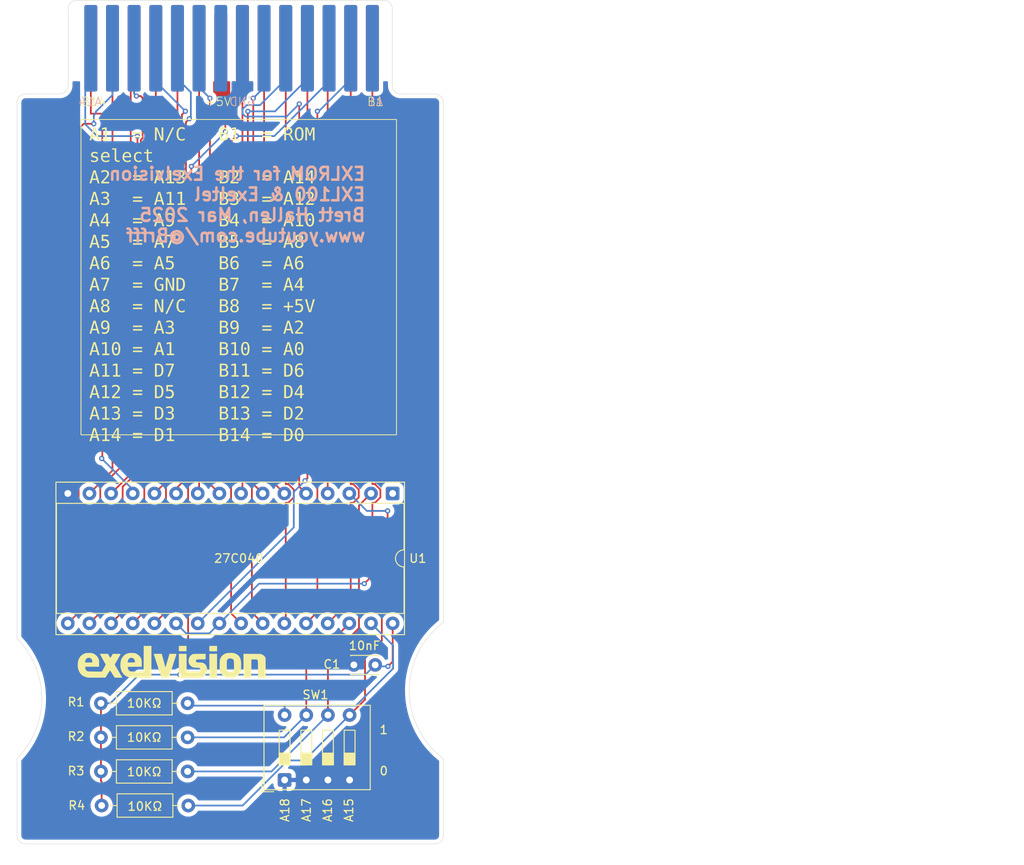
<source format=kicad_pcb>
(kicad_pcb (version 20241229) (generator "pcbnew") (generator_version "9.0")
  (title_block (title "Exelvision EXLROM Cartridge") (date "1-Apr-2025") (company "Brett Hallen") (comment 1 "www.youtube.com/@Brfff"))
  (layers (0 "F.Cu" signal) (2 "B.Cu" signal) (13 "F.Paste" user) (15 "B.Paste" user) (5 "F.SilkS" user "F.Silkscreen") (7 "B.SilkS" user "B.Silkscreen") (1 "F.Mask" user) (3 "B.Mask" user) (25 "Edge.Cuts" user))
  (net 0 "")
  (net 1 "/A15")
  (net 2 "Vcc")
  (net 3 "/A16")
  (net 4 "/A17")
  (net 5 "/A18")
  (net 6 "GND")
  (net 7 "~{ROM_CS}")
  (net 8 "/A9")
  (net 9 "/A6")
  (net 10 "/D0")
  (net 11 "/D6")
  (net 12 "/D1")
  (net 13 "/D7")
  (net 14 "/D4")
  (net 15 "/A11")
  (net 16 "/A10")
  (net 17 "/A0")
  (net 18 "/A7")
  (net 19 "/A3")
  (net 21 "/A12")
  (net 22 "/A5")
  (net 23 "/A14")
  (net 24 "/D2")
  (net 25 "/A1")
  (net 26 "/A4")
  (net 27 "/D3")
  (net 28 "/A8")
  (net 29 "/D5")
  (net 30 "/A13")
  (net 31 "/A2")
  (footprint "Package_DIP:DIP-32_W15.24mm_Socket" (layer "F.Cu") (at 73.05 81.38 -90)
    (property "Reference" "U1" (at 7.62 -2.95 180) (layer "F.SilkS"))
    (property "Value" "27C040" (at 7.62 18.05 180) (layer "F.SilkS"))
    (pad "1" thru_hole roundrect (at 0 0 270) (size 1.6 1.6) (drill 0.8) (layers "*.Cu" "*.Mask") (roundrect_rratio 0.15625))
    (pad "2" thru_hole circle (at 0 2.54 270) (size 1.6 1.6) (drill 0.8) (layers "*.Cu" "*.Mask") (net 3 "/A16"))
    (pad "3" thru_hole circle (at 0 5.08 270) (size 1.6 1.6) (drill 0.8) (layers "*.Cu" "*.Mask") (net 1 "/A15"))
    (pad "4" thru_hole circle (at 0 7.62 270) (size 1.6 1.6) (drill 0.8) (layers "*.Cu" "*.Mask") (net 21 "/A12"))
    (pad "5" thru_hole circle (at 0 10.16 270) (size 1.6 1.6) (drill 0.8) (layers "*.Cu" "*.Mask") (net 18 "/A7"))
    (pad "6" thru_hole circle (at 0 12.7 270) (size 1.6 1.6) (drill 0.8) (layers "*.Cu" "*.Mask") (net 9 "/A6"))
    (pad "7" thru_hole circle (at 0 15.24 270) (size 1.6 1.6) (drill 0.8) (layers "*.Cu" "*.Mask") (net 22 "/A5"))
    (pad "8" thru_hole circle (at 0 17.78 270) (size 1.6 1.6) (drill 0.8) (layers "*.Cu" "*.Mask") (net 26 "/A4"))
    (pad "9" thru_hole circle (at 0 20.32 270) (size 1.6 1.6) (drill 0.8) (layers "*.Cu" "*.Mask") (net 19 "/A3"))
    (pad "10" thru_hole circle (at 0 22.86 270) (size 1.6 1.6) (drill 0.8) (layers "*.Cu" "*.Mask") (net 31 "/A2"))
    (pad "11" thru_hole circle (at 0 25.4 270) (size 1.6 1.6) (drill 0.8) (layers "*.Cu" "*.Mask") (net 25 "/A1"))
    (pad "12" thru_hole circle (at 0 27.94 270) (size 1.6 1.6) (drill 0.8) (layers "*.Cu" "*.Mask") (net 17 "/A0"))
    (pad "13" thru_hole circle (at 0 30.48 270) (size 1.6 1.6) (drill 0.8) (layers "*.Cu" "*.Mask") (net 10 "/D0"))
    (pad "14" thru_hole circle (at 0 33.02 270) (size 1.6 1.6) (drill 0.8) (layers "*.Cu" "*.Mask") (net 12 "/D1"))
    (pad "15" thru_hole circle (at 0 35.56 270) (size 1.6 1.6) (drill 0.8) (layers "*.Cu" "*.Mask") (net 24 "/D2"))
    (pad "16" thru_hole circle (at 0 38.1 270) (size 1.6 1.6) (drill 0.8) (layers "*.Cu" "*.Mask") (net 6 "GND"))
    (pad "17" thru_hole circle (at 15.24 38.1 270) (size 1.6 1.6) (drill 0.8) (layers "*.Cu" "*.Mask") (net 27 "/D3"))
    (pad "18" thru_hole circle (at 15.24 35.56 270) (size 1.6 1.6) (drill 0.8) (layers "*.Cu" "*.Mask") (net 14 "/D4"))
    (pad "19" thru_hole circle (at 15.24 33.02 270) (size 1.6 1.6) (drill 0.8) (layers "*.Cu" "*.Mask") (net 29 "/D5"))
    (pad "20" thru_hole circle (at 15.24 30.48 270) (size 1.6 1.6) (drill 0.8) (layers "*.Cu" "*.Mask") (net 11 "/D6"))
    (pad "21" thru_hole circle (at 15.24 27.94 270) (size 1.6 1.6) (drill 0.8) (layers "*.Cu" "*.Mask") (net 13 "/D7"))
    (pad "22" thru_hole circle (at 15.24 25.4 270) (size 1.6 1.6) (drill 0.8) (layers "*.Cu" "*.Mask") (net 7 "~{ROM_CS}"))
    (pad "23" thru_hole circle (at 15.24 22.86 270) (size 1.6 1.6) (drill 0.8) (layers "*.Cu" "*.Mask") (net 16 "/A10"))
    (pad "24" thru_hole circle (at 15.24 20.32 270) (size 1.6 1.6) (drill 0.8) (layers "*.Cu" "*.Mask") (net 7 "~{ROM_CS}"))
    (pad "25" thru_hole circle (at 15.24 17.78 270) (size 1.6 1.6) (drill 0.8) (layers "*.Cu" "*.Mask") (net 15 "/A11"))
    (pad "26" thru_hole circle (at 15.24 15.24 270) (size 1.6 1.6) (drill 0.8) (layers "*.Cu" "*.Mask") (net 8 "/A9"))
    (pad "27" thru_hole circle (at 15.24 12.7 270) (size 1.6 1.6) (drill 0.8) (layers "*.Cu" "*.Mask") (net 28 "/A8"))
    (pad "28" thru_hole circle (at 15.24 10.16 270) (size 1.6 1.6) (drill 0.8) (layers "*.Cu" "*.Mask") (net 30 "/A13"))
    (pad "29" thru_hole circle (at 15.24 7.62 270) (size 1.6 1.6) (drill 0.8) (layers "*.Cu" "*.Mask") (net 23 "/A14"))
    (pad "30" thru_hole circle (at 15.24 5.08 270) (size 1.6 1.6) (drill 0.8) (layers "*.Cu" "*.Mask") (net 4 "/A17"))
    (pad "31" thru_hole circle (at 15.24 2.54 270) (size 1.6 1.6) (drill 0.8) (layers "*.Cu" "*.Mask") (net 5 "/A18"))
    (pad "32" thru_hole circle (at 15.24 0 270) (size 1.6 1.6) (drill 0.8) (layers "*.Cu" "*.Mask") (net 2 "Vcc"))
  )
  (footprint "Resistor_THT:R_Axial_DIN0207_L6.3mm_D2.5mm_P10.16mm_Horizontal" (layer "F.Cu") (at 49 106 180)
    (property "Reference" "R1" (at 13.08 0.15 0) (layer "F.SilkS"))
    (property "Value" "10KΩ" (at 5.08 0 0) (layer "F.SilkS"))
    (pad "1" thru_hole circle (at 0 0 180) (size 1.6 1.6) (drill 0.8) (layers "*.Cu" "*.Mask") (net 5 "/A18"))
    (pad "2" thru_hole oval (at 10.16 0 180) (size 1.6 1.6) (drill 0.8) (layers "*.Cu" "*.Mask") (net 2 "Vcc"))
  )
  (footprint "Button_Switch_THT:SW_DIP_SPSTx04_Slide_9.78x12.34mm_W7.62mm_P2.54mm" (layer "F.Cu") (at 60.38 115 90)
    (property "Reference" "SW1" (at 10 3.62 180) (layer "F.SilkS"))
    (property "Value" "SW_DIP_x04" (hide yes))
    (pad "1" thru_hole roundrect (at 0 0 90) (size 1.6 1.6) (drill 0.8) (layers "*.Cu" "*.Mask") (roundrect_rratio 0.15625) (net 6 "GND"))
    (pad "2" thru_hole circle (at 0 2.54 90) (size 1.6 1.6) (drill 0.8) (layers "*.Cu" "*.Mask") (net 6 "GND"))
    (pad "3" thru_hole circle (at 0 5.08 90) (size 1.6 1.6) (drill 0.8) (layers "*.Cu" "*.Mask") (net 6 "GND"))
    (pad "4" thru_hole circle (at 0 7.62 90) (size 1.6 1.6) (drill 0.8) (layers "*.Cu" "*.Mask") (net 6 "GND"))
    (pad "5" thru_hole circle (at 7.62 7.62 90) (size 1.6 1.6) (drill 0.8) (layers "*.Cu" "*.Mask") (net 1 "/A15"))
    (pad "6" thru_hole circle (at 7.62 5.08 90) (size 1.6 1.6) (drill 0.8) (layers "*.Cu" "*.Mask") (net 3 "/A16"))
    (pad "7" thru_hole circle (at 7.62 2.54 90) (size 1.6 1.6) (drill 0.8) (layers "*.Cu" "*.Mask") (net 4 "/A17"))
    (pad "8" thru_hole circle (at 7.62 0 90) (size 1.6 1.6) (drill 0.8) (layers "*.Cu" "*.Mask") (net 5 "/A18"))
  )
  (footprint "Clueless_Engineer:EXL100_Cartridge" (layer "F.Cu") (at 55.4315 26.5969)
    (property "Reference" "J1" (hide yes))
    (property "Value" "EXL100 Cartridge" (hide yes))
    (pad "a1" connect roundrect (at 15.24 2.54 270) (size 10.16 1.52) (layers "B.Cu" "B.Mask") (roundrect_rratio 0.15))
    (pad "a2" connect roundrect (at 12.7 2.54 270) (size 10.16 1.52) (layers "B.Cu" "B.Mask") (roundrect_rratio 0.15) (net 30 "/A13"))
    (pad "a3" connect roundrect (at 10.16 2.54 270) (size 10.16 1.52) (layers "B.Cu" "B.Mask") (roundrect_rratio 0.15) (net 15 "/A11"))
    (pad "a4" connect roundrect (at 7.62 2.54 270) (size 10.16 1.52) (layers "B.Cu" "B.Mask") (roundrect_rratio 0.15) (net 8 "/A9"))
    (pad "a5" connect roundrect (at 5.08 2.54 270) (size 10.16 1.52) (layers "B.Cu" "B.Mask") (roundrect_rratio 0.15) (net 18 "/A7"))
    (pad "a6" connect roundrect (at 2.54 2.54 270) (size 10.16 1.52) (layers "B.Cu" "B.Mask") (roundrect_rratio 0.15) (net 22 "/A5"))
    (pad "a7" connect roundrect (at 0 2.54 270) (size 10.16 1.52) (layers "B.Cu" "B.Mask") (roundrect_rratio 0.15) (net 6 "GND"))
    (pad "a8" connect roundrect (at -2.54 2.54 270) (size 10.16 1.52) (layers "B.Cu" "B.Mask") (roundrect_rratio 0.15))
    (pad "a9" connect roundrect (at -5.08 2.54 270) (size 10.16 1.52) (layers "B.Cu" "B.Mask") (roundrect_rratio 0.15) (net 19 "/A3"))
    (pad "a10" connect roundrect (at -7.62 2.54 270) (size 10.16 1.52) (layers "B.Cu" "B.Mask") (roundrect_rratio 0.15) (net 25 "/A1"))
    (pad "a11" connect roundrect (at -10.16 2.54 270) (size 10.16 1.52) (layers "B.Cu" "B.Mask") (roundrect_rratio 0.15) (net 13 "/D7"))
    (pad "a12" connect roundrect (at -12.7 2.54 270) (size 10.16 1.52) (layers "B.Cu" "B.Mask") (roundrect_rratio 0.15) (net 29 "/D5"))
    (pad "a13" connect roundrect (at -15.24 2.54 270) (size 10.16 1.52) (layers "B.Cu" "B.Mask") (roundrect_rratio 0.15) (net 27 "/D3"))
    (pad "a14" connect roundrect (at -17.78 2.54 270) (size 10.16 1.52) (layers "B.Cu" "B.Mask") (roundrect_rratio 0.15) (net 12 "/D1"))
    (pad "b1" connect roundrect (at 15.24 2.54 90) (size 10.16 1.52) (layers "F.Cu" "F.Mask") (roundrect_rratio 0.15) (net 7 "~{ROM_CS}"))
    (pad "b2" connect roundrect (at 12.7 2.54 90) (size 10.16 1.52) (layers "F.Cu" "F.Mask") (roundrect_rratio 0.15) (net 23 "/A14"))
    (pad "b3" connect roundrect (at 10.16 2.54 90) (size 10.16 1.52) (layers "F.Cu" "F.Mask") (roundrect_rratio 0.15) (net 21 "/A12"))
    (pad "b4" connect roundrect (at 7.62 2.54 90) (size 10.16 1.52) (layers "F.Cu" "F.Mask") (roundrect_rratio 0.15) (net 16 "/A10"))
    (pad "b5" connect roundrect (at 5.08 2.54 90) (size 10.16 1.52) (layers "F.Cu" "F.Mask") (roundrect_rratio 0.15) (net 28 "/A8"))
    (pad "b6" connect roundrect (at 2.54 2.54 90) (size 10.16 1.52) (layers "F.Cu" "F.Mask") (roundrect_rratio 0.15) (net 9 "/A6"))
    (pad "b7" connect roundrect (at 0 2.54 90) (size 10.16 1.52) (layers "F.Cu" "F.Mask") (roundrect_rratio 0.15) (net 26 "/A4"))
    (pad "b8" connect roundrect (at -2.54 2.98 90) (size 9.28 1.52) (layers "F.Cu" "F.Mask") (roundrect_rratio 0.15) (net 2 "Vcc"))
    (pad "b9" connect roundrect (at -5.08 2.54 90) (size 10.16 1.52) (layers "F.Cu" "F.Mask") (roundrect_rratio 0.15) (net 31 "/A2"))
    (pad "b10" connect roundrect (at -7.62 2.54 90) (size 10.16 1.52) (layers "F.Cu" "F.Mask") (roundrect_rratio 0.15) (net 17 "/A0"))
    (pad "b11" connect roundrect (at -10.16 2.54 90) (size 10.16 1.52) (layers "F.Cu" "F.Mask") (roundrect_rratio 0.15) (net 11 "/D6"))
    (pad "b12" connect roundrect (at -12.7 2.54 90) (size 10.16 1.52) (layers "F.Cu" "F.Mask") (roundrect_rratio 0.15) (net 14 "/D4"))
    (pad "b13" connect roundrect (at -15.24 2.54 90) (size 10.16 1.52) (layers "F.Cu" "F.Mask") (roundrect_rratio 0.15) (net 24 "/D2"))
    (pad "b14" connect roundrect (at -17.78 2.54 90) (size 10.16 1.52) (layers "F.Cu" "F.Mask") (roundrect_rratio 0.15) (net 10 "/D0"))
  )
  (footprint "Resistor_THT:R_Axial_DIN0207_L6.3mm_D2.5mm_P10.16mm_Horizontal" (layer "F.Cu") (at 49.08 118 180)
    (property "Reference" "R4" (at 13.08 0 0) (layer "F.SilkS"))
    (property "Value" "10KΩ" (at 5.08 -0.1 0) (layer "F.SilkS"))
    (pad "1" thru_hole circle (at 0 0 180) (size 1.6 1.6) (drill 0.8) (layers "*.Cu" "*.Mask") (net 1 "/A15"))
    (pad "2" thru_hole oval (at 10.16 0 180) (size 1.6 1.6) (drill 0.8) (layers "*.Cu" "*.Mask") (net 2 "Vcc"))
  )
  (footprint "Resistor_THT:R_Axial_DIN0207_L6.3mm_D2.5mm_P10.16mm_Horizontal" (layer "F.Cu") (at 49 114 180)
    (property "Reference" "R3" (at 13.08 0.05 0) (layer "F.SilkS"))
    (property "Value" "10KΩ" (at 5.08 -0.05 0) (layer "F.SilkS"))
    (pad "1" thru_hole circle (at 0 0 180) (size 1.6 1.6) (drill 0.8) (layers "*.Cu" "*.Mask") (net 3 "/A16"))
    (pad "2" thru_hole oval (at 10.16 0 180) (size 1.6 1.6) (drill 0.8) (layers "*.Cu" "*.Mask") (net 2 "Vcc"))
  )
  (footprint "Resistor_THT:R_Axial_DIN0207_L6.3mm_D2.5mm_P10.16mm_Horizontal" (layer "F.Cu") (at 49 110 180)
    (property "Reference" "R2" (at 13.08 0.1 0) (layer "F.SilkS"))
    (property "Value" "10KΩ" (at 5.08 0 0) (layer "F.SilkS"))
    (pad "1" thru_hole circle (at 0 0 180) (size 1.6 1.6) (drill 0.8) (layers "*.Cu" "*.Mask") (net 4 "/A17"))
    (pad "2" thru_hole oval (at 10.16 0 180) (size 1.6 1.6) (drill 0.8) (layers "*.Cu" "*.Mask") (net 2 "Vcc"))
  )
  (footprint "LOGO" (layer "F.Cu") (at 47 101)
    (property "Reference" "G***" (hide yes))
    (property "Value" "LOGO" (hide yes))
  )
  (footprint "Capacitor_THT:C_Disc_D3.0mm_W2.0mm_P2.50mm" (layer "F.Cu") (at 71 101.4981 180)
    (property "Reference" "C1" (at 5.082477 0.073371 0) (layer "F.SilkS"))
    (property "Value" "10nF" (at 1.25 2.25 0) (layer "F.SilkS"))
    (pad "1" thru_hole circle (at 0 0 180) (size 1.6 1.6) (drill 0.8) (layers "*.Cu" "*.Mask") (net 2 "Vcc"))
    (pad "2" thru_hole circle (at 2.5 0 180) (size 1.6 1.6) (drill 0.8) (layers "*.Cu" "*.Mask") (net 6 "GND"))
  )
  (gr_line (start 73 24.499998) (end 73 33.499998) (stroke (width 0.05)) (layer "Edge.Cuts"))
  (gr_arc (start 72 23.499998) (mid 72.707107 23.792891) (end 73 24.499998) (stroke (width 0.05)) (layer "Edge.Cuts"))
  (gr_arc (start 74 34.499998) (mid 73.292893 34.207105) (end 73 33.499998) (stroke (width 0.05)) (layer "Edge.Cuts"))
  (gr_arc (start 79 121.499998) (mid 78.707107 122.207105) (end 78 122.499998) (stroke (width 0.05)) (layer "Edge.Cuts"))
  (gr_line (start 29 98.39331) (end 29 35.499998) (stroke (width 0.05)) (layer "Edge.Cuts"))
  (gr_arc (start 29 98.39331) (mid 31.895467 105.434324) (end 29 112.500006) (stroke (width 0.05)) (layer "Edge.Cuts"))
  (gr_line (start 30 122.499998) (end 78 122.499998) (stroke (width 0.05)) (layer "Edge.Cuts"))
  (gr_line (start 74 34.499998) (end 78 34.499998) (stroke (width 0.05)) (layer "Edge.Cuts"))
  (gr_line (start 29 112.500006) (end 29 121.499998) (stroke (width 0.05)) (layer "Edge.Cuts"))
  (gr_line (start 30 34.499998) (end 34 34.499998) (stroke (width 0.05)) (layer "Edge.Cuts"))
  (gr_arc (start 30 122.499998) (mid 29.292893 122.207105) (end 29 121.499998) (stroke (width 0.05)) (layer "Edge.Cuts"))
  (gr_line (start 79 121.499998) (end 79 112.499996) (stroke (width 0.05)) (layer "Edge.Cuts"))
  (gr_line (start 36 23.499998) (end 72 23.499998) (stroke (width 0.05)) (layer "Edge.Cuts"))
  (gr_arc (start 79 112.499996) (mid 75 104.499999) (end 79 96.500002) (stroke (width 0.05)) (layer "Edge.Cuts"))
  (gr_arc (start 29 35.499998) (mid 29.292893 34.792891) (end 30 34.499998) (stroke (width 0.05)) (layer "Edge.Cuts"))
  (gr_arc (start 78 34.499998) (mid 78.707107 34.792891) (end 79 35.499998) (stroke (width 0.05)) (layer "Edge.Cuts"))
  (gr_arc (start 35 33.499998) (mid 34.707107 34.207105) (end 34 34.499998) (stroke (width 0.05)) (layer "Edge.Cuts"))
  (gr_line (start 35 33.499998) (end 35 24.499998) (stroke (width 0.05)) (layer "Edge.Cuts"))
  (gr_line (start 79 35.499998) (end 79 96.500002) (stroke (width 0.05)) (layer "Edge.Cuts"))
  (gr_arc (start 35 24.499998) (mid 35.292893 23.792891) (end 36 23.499998) (stroke (width 0.05)) (layer "Edge.Cuts"))
  (gr_text "A16" (at 66 120.020971 90) (layer "F.SilkS") (effects (font (size 1 1)) (justify left bottom)))
  (gr_text "B14" (at 36.5 36 0) (layer "F.SilkS") (effects (font (size 1 1) (thickness 0.1)) (justify left bottom)))
  (gr_text "+5V" (at 51 36 0) (layer "F.SilkS") (effects (font (size 1 1) (thickness 0.1)) (justify left bottom)))
  (gr_text "A17" (at 63.519629 120.020971 90) (layer "F.SilkS") (effects (font (size 1 1)) (justify left bottom)))
  (gr_text "1\n\n\n0" (at 71.431803 114.528467 0) (layer "F.SilkS") (effects (font (size 1 1)) (justify left bottom)))
  (gr_text "A15" (at 68.498089 120.020971 90) (layer "F.SilkS") (effects (font (size 1 1)) (justify left bottom)))
  (gr_text "A18" (at 61 120.020971 90) (layer "F.SilkS") (effects (font (size 1 1)) (justify left bottom)))
  (gr_text "B1" (at 70 36 0) (layer "F.SilkS") (effects (font (size 1 1) (thickness 0.1)) (justify left bottom)))
  (gr_text "A1" (at 72 36 0) (layer "B.SilkS") (effects (font (size 1 1) (thickness 0.1)) (justify left bottom mirror)))
  (gr_text "EXLROM for the Exelvision \nEXL100 & Exeltel\nBrett Hallen, Mar 2025\nwww.youtube.com/@Brfff" (at 70 52 0) (layer "B.SilkS") (effects (font (size 1.5 1.5) (thickness 0.3) (bold yes)) (justify left bottom mirror)))
  (gr_text "GND" (at 57 36 0) (layer "B.SilkS") (effects (font (size 1 1) (thickness 0.1)) (justify left bottom mirror)))
  (gr_text "A14" (at 39 36 0) (layer "B.SilkS") (effects (font (size 1 1) (thickness 0.1)) (justify left bottom mirror)))
  (gr_text_box "A1  = N/C   B1  = ROM select\nA2  = A13   B2  = A14\nA3  = A11   B3  = A12\nA4  = A9    B4  = A10\nA5  = A7    B5  = A8\nA6  = A5    B6  = A6\nA7  = GND   B7  = A4\nA8  = N/C   B8  = +5V\nA9  = A3    B9  = A2\nA10 = A1    B10 = A0\nA11 = D7    B11 = D6\nA12 = D5    B12 = D4\nA13 = D3    B13 = D2\nA14 = D1    B14 = D0\n" (start 36.5 37.5) (end 73.5 74.5) (margins 1.0025 1.0025 1.0025 1.0025) (layer "F.SilkS") (effects (font (size 1.5 1.5) (thickness 0.1)) (justify left top)) (border yes) (stroke (width 0.1)))
  (segment (start 68 107.38) (end 69.8102 105.5698) (width 0.2) (layer "F.Cu") (net 1))
  (segment (start 71.78 98.6442) (end 71.78 92.3783) (width 0.2) (layer "F.Cu") (net 1))
  (segment (start 69.8102 105.5698) (end 69.8102 100.614) (width 0.2) (layer "F.Cu") (net 1))
  (segment (start 71.78 92.3783) (end 72.4567 91.7016) (width 0.2) (layer "F.Cu") (net 1))
  (segment (start 72.4567 91.7016) (end 72.4567 83.4254) (width 0.2) (layer "F.Cu") (net 1))
  (segment (start 69.8102 100.614) (end 71.78 98.6442) (width 0.2) (layer "F.Cu") (net 1))
  (via (at 72.4567 83.4254) (size 0.6) (drill 0.3) (layers "F.Cu" "B.Cu") (net 1))
  (segment (start 55.4534 118) (end 49.08 118) (width 0.2) (layer "B.Cu") (net 1))
  (segment (start 72.4567 83.4254) (end 70.0154 83.4254) (width 0.2) (layer "B.Cu") (net 1))
  (segment (start 68 107.38) (end 62.6713 112.7087) (width 0.2) (layer "B.Cu") (net 1))
  (segment (start 70.0154 83.4254) (end 67.97 81.38) (width 0.2) (layer "B.Cu") (net 1))
  (segment (start 60.7447 112.7087) (end 55.4534 118) (width 0.2) (layer "B.Cu") (net 1))
  (segment (start 62.6713 112.7087) (end 60.7447 112.7087) (width 0.2) (layer "B.Cu") (net 1))
  (segment (start 38.84 115.1017) (end 38.92 115.1817) (width 0.2) (layer "F.Cu") (net 2))
  (segment (start 38.84 110) (end 38.84 114) (width 0.2) (layer "F.Cu") (net 2))
  (segment (start 49.4386 43) (end 49.4386 80.1573) (width 0.2) (layer "F.Cu") (net 2))
  (segment (start 38.84 106) (end 38.84 110) (width 0.2) (layer "F.Cu") (net 2))
  (segment (start 53.4254 34.5105) (end 53.4254 38.9292) (width 0.2) (layer "F.Cu") (net 2))
  (segment (start 73.05 101.1189) (end 72.4975 101.6714) (width 0.2) (layer "F.Cu") (net 2))
  (segment (start 38.92 115.1817) (end 38.92 118) (width 0.2) (layer "F.Cu") (net 2))
  (segment (start 38.84 114) (end 38.84 115.1017) (width 0.2) (layer "F.Cu") (net 2))
  (segment (start 49.0616 101.671) (end 48.0945 102.6381) (width 0.2) (layer "F.Cu") (net 2))
  (segment (start 73.05 96.62) (end 73.05 101.1189) (width 0.2) (layer "F.Cu") (net 2))
  (segment (start 49.0616 80.5343) (end 49.0616 101.671) (width 0.2) (layer "F.Cu") (net 2))
  (segment (start 52.8915 33.8915) (end 52.8915 29.5769) (width 0.2) (layer "F.Cu") (net 2))
  (segment (start 49.4386 80.1573) (end 49.0616 80.5343) (width 0.2) (layer "F.Cu") (net 2))
  (via (at 53.4254 38.9292) (size 0.6) (drill 0.3) (layers "F.Cu" "B.Cu") (net 2))
  (via (at 48.0945 102.6381) (size 0.6) (drill 0.3) (layers "F.Cu" "B.Cu") (net 2))
  (via (at 49.4386 43) (size 0.6) (drill 0.3) (layers "F.Cu" "B.Cu") (net 2))
  (via (at 72.4975 101.6714) (size 0.6) (drill 0.3) (layers "F.Cu" "B.Cu") (net 2))
  (segment (start 71 101.4981) (end 69.86 102.6381) (width 0.2) (layer "B.Cu") (net 2))
  (segment (start 43.3036 102.6381) (end 39.9417 106) (width 0.2) (layer "B.Cu") (net 2))
  (segment (start 71.1733 101.6714) (end 71 101.4981) (width 0.2) (layer "B.Cu") (net 2))
  (segment (start 48.0945 102.6381) (end 43.3036 102.6381) (width 0.2) (layer "B.Cu") (net 2))
  (segment (start 38.84 106) (end 39.9417 106) (width 0.2) (layer "B.Cu") (net 2))
  (segment (start 72.4975 101.6714) (end 71.1733 101.6714) (width 0.2) (layer "B.Cu") (net 2))
  (segment (start 69.86 102.6381) (end 48.0945 102.6381) (width 0.2) (layer "B.Cu") (net 2))
  (segment (start 52.9091 39.5295) (end 52.9091 39.4455) (width 0.2) (layer "B.Cu") (net 2))
  (segment (start 49.4386 43) (end 52.9091 39.5295) (width 0.2) (layer "B.Cu") (net 2))
  (segment (start 52.9091 39.4455) (end 53.4254 38.9292) (width 0.2) (layer "B.Cu") (net 2))
  (segment (start 69.0985 97.1734) (end 69.0985 82.7915) (width 0.2) (layer "F.Cu") (net 3))
  (segment (start 65.46 107.38) (end 65.46 100.8119) (width 0.2) (layer "F.Cu") (net 3))
  (segment (start 69.0985 82.7915) (end 70.51 81.38) (width 0.2) (layer "F.Cu") (net 3))
  (segment (start 65.46 100.8119) (end 69.0985 97.1734) (width 0.2) (layer "F.Cu") (net 3))
  (segment (start 65.46 107.38) (end 58.84 114) (width 0.2) (layer "B.Cu") (net 3))
  (segment (start 58.84 114) (end 49 114) (width 0.2) (layer "B.Cu") (net 3))
  (segment (start 62.92 101.67) (end 67.97 96.62) (width 0.2) (layer "F.Cu") (net 4))
  (segment (start 62.92 107.38) (end 62.92 101.67) (width 0.2) (layer "F.Cu") (net 4))
  (segment (start 60.3 110) (end 49 110) (width 0.2) (layer "B.Cu") (net 4))
  (segment (start 62.92 107.38) (end 60.3 110) (width 0.2) (layer "B.Cu") (net 4))
  (segment (start 68.7417 106.2783) (end 73.0997 101.9203) (width 0.2) (layer "B.Cu") (net 5))
  (segment (start 49 106) (end 49.2783 106.2783) (width 0.2) (layer "B.Cu") (net 5))
  (segment (start 73.0997 99.2097) (end 70.51 96.62) (width 0.2) (layer "B.Cu") (net 5))
  (segment (start 49.2783 106.2783) (end 60.38 106.2783) (width 0.2) (layer "B.Cu") (net 5))
  (segment (start 60.38 106.2783) (end 68.7417 106.2783) (width 0.2) (layer "B.Cu") (net 5))
  (segment (start 73.0997 101.9203) (end 73.0997 99.2097) (width 0.2) (layer "B.Cu") (net 5))
  (segment (start 60.38 107.38) (end 60.38 106.2783) (width 0.2) (layer "B.Cu") (net 5))
  (segment (start 55.4315 35.0017) (end 55.4315 29.1369) (width 0.2) (layer "B.Cu") (net 6))
  (segment (start 70.6715 29.1369) (end 70.6715 80.279) (width 0.2) (layer "F.Cu") (net 7))
  (segment (start 70.6715 80.279) (end 70.96605 80.279) (width 0.2) (layer "F.Cu") (net 7))
  (segment (start 70.96605 82.481) (end 70.6715 82.481) (width 0.2) (layer "F.Cu") (net 7))
  (segment (start 71.611 81.83605) (end 70.96605 82.481) (width 0.2) (layer "F.Cu") (net 7))
  (segment (start 71.611 80.92395) (end 71.611 81.83605) (width 0.2) (layer "F.Cu") (net 7))
  (segment (start 70.6715 91.0129) (end 69.7203 91.9641) (width 0.2) (layer "F.Cu") (net 7))
  (segment (start 70.96605 80.279) (end 71.611 80.92395) (width 0.2) (layer "F.Cu") (net 7))
  (segment (start 70.6715 82.481) (end 70.6715 91.0129) (width 0.2) (layer "F.Cu") (net 7))
  (via (at 69.7203 91.9641) (size 0.6) (drill 0.3) (layers "F.Cu" "B.Cu") (net 7))
  (segment (start 47.65 96.62) (end 48.8247 97.7947) (width 0.2) (layer "B.Cu") (net 7))
  (segment (start 51.5553 97.7947) (end 52.73 96.62) (width 0.2) (layer "B.Cu") (net 7))
  (segment (start 48.8247 97.7947) (end 51.5553 97.7947) (width 0.2) (layer "B.Cu") (net 7))
  (segment (start 52.73 96.62) (end 57.3859 91.9641) (width 0.2) (layer "B.Cu") (net 7))
  (segment (start 57.3859 91.9641) (end 69.7203 91.9641) (width 0.2) (layer "B.Cu") (net 7))
  (segment (start 56.54 95.35) (end 56.54 80.6848) (width 0.2) (layer "F.Cu") (net 8))
  (segment (start 57.81 96.62) (end 56.54 95.35) (width 0.2) (layer "F.Cu") (net 8))
  (segment (start 56.54 80.6848) (end 56.0681 80.2129) (width 0.2) (layer "F.Cu") (net 8))
  (segment (start 56.0681 80.2129) (end 56.0681 36.5421) (width 0.2) (layer "F.Cu") (net 8))
  (via (at 56.0681 36.5421) (size 0.6) (drill 0.3) (layers "F.Cu" "B.Cu") (net 8))
  (segment (start 63.0515 32.743) (end 59.2524 36.5421) (width 0.2) (layer "B.Cu") (net 8))
  (segment (start 63.0515 29.1369) (end 63.0515 32.743) (width 0.2) (layer "B.Cu") (net 8))
  (segment (start 59.2524 36.5421) (end 56.0681 36.5421) (width 0.2) (layer "B.Cu") (net 8))
  (segment (start 57.9715 79.0015) (end 57.9715 29.1369) (width 0.2) (layer "F.Cu") (net 9))
  (segment (start 60.35 81.38) (end 57.9715 79.0015) (width 0.2) (layer "F.Cu") (net 9))
  (segment (start 38.809 36.809) (end 39 37) (width 0.2) (layer "F.Cu") (net 10))
  (segment (start 37.6515 29.1369) (end 37.6515 36.809) (width 0.2) (layer "F.Cu") (net 10))
  (segment (start 39 77.2022) (end 38.9253 77.2769) (width 0.2) (layer "F.Cu") (net 10))
  (segment (start 37.6515 36.809) (end 38.809 36.809) (width 0.2) (layer "F.Cu") (net 10))
  (segment (start 39 37) (end 39 77.2022) (width 0.2) (layer "F.Cu") (net 10))
  (via (at 38.9253 77.2769) (size 0.6) (drill 0.3) (layers "F.Cu" "B.Cu") (net 10))
  (segment (start 42.57 80.9216) (end 38.9253 77.2769) (width 0.2) (layer "B.Cu") (net 10))
  (segment (start 42.57 81.38) (end 42.57 80.9216) (width 0.2) (layer "B.Cu") (net 10))
  (segment (start 42.57 96.62) (end 43.9225 95.2675) (width 0.2) (layer "F.Cu") (net 11))
  (segment (start 45.2715 38.712) (end 45.2715 29.1369) (width 0.2) (layer "F.Cu") (net 11))
  (segment (start 43.9225 40.061) (end 45.2715 38.712) (width 0.2) (layer "F.Cu") (net 11))
  (segment (start 43.9225 95.2675) (end 43.9225 40.061) (width 0.2) (layer "F.Cu") (net 11))
  (segment (start 40.03 81.38) (end 43.1191 78.2909) (width 0.2) (layer "F.Cu") (net 12))
  (segment (start 43.1191 78.2909) (end 43.1191 39.4454) (width 0.2) (layer "F.Cu") (net 12))
  (via (at 43.1191 39.4454) (size 0.6) (drill 0.3) (layers "F.Cu" "B.Cu") (net 12))
  (segment (start 37 38.0554) (end 38.39 39.4454) (width 0.2) (layer "B.Cu") (net 12))
  (segment (start 37.6515 29.1369) (end 37 29.7884) (width 0.2) (layer "B.Cu") (net 12))
  (segment (start 37 29.7884) (end 37 38.0554) (width 0.2) (layer "B.Cu") (net 12))
  (segment (start 38.39 39.4454) (end 43.1191 39.4454) (width 0.2) (layer "B.Cu") (net 12))
  (segment (start 48.3396 78.7231) (end 46.465 80.5977) (width 0.2) (layer "F.Cu") (net 13))
  (segment (start 46.465 80.5977) (end 46.465 95.265) (width 0.2) (layer "F.Cu") (net 13))
  (segment (start 48.3396 36.9271) (end 48.3396 78.7231) (width 0.2) (layer "F.Cu") (net 13))
  (segment (start 48.7401 36.5266) (end 48.3396 36.9271) (width 0.2) (layer "F.Cu") (net 13))
  (segment (start 46.465 95.265) (end 45.11 96.62) (width 0.2) (layer "F.Cu") (net 13))
  (via (at 48.7401 36.5266) (size 0.6) (drill 0.3) (layers "F.Cu" "B.Cu") (net 13))
  (segment (start 45.2715 33.058) (end 48.7401 36.5266) (width 0.2) (layer "B.Cu") (net 13))
  (segment (start 45.2715 29.1369) (end 45.2715 33.058) (width 0.2) (layer "B.Cu") (net 13))
  (segment (start 38.76 80.6848) (end 38.76 95.35) (width 0.2) (layer "F.Cu") (net 14))
  (segment (start 38.76 95.35) (end 37.49 96.62) (width 0.2) (layer "F.Cu") (net 14))
  (segment (start 42.3298 29.5386) (end 42.3298 77.115) (width 0.2) (layer "F.Cu") (net 14))
  (segment (start 42.7315 29.1369) (end 42.3298 29.5386) (width 0.2) (layer "F.Cu") (net 14))
  (segment (start 42.3298 77.115) (end 38.76 80.6848) (width 0.2) (layer "F.Cu") (net 14))
  (segment (start 55.27 96.62) (end 54.1005 95.4505) (width 0.2) (layer "F.Cu") (net 15))
  (segment (start 54.1005 40.061) (end 54.716 39.4455) (width 0.2) (layer "F.Cu") (net 15))
  (segment (start 54.1005 95.4505) (end 54.1005 40.061) (width 0.2) (layer "F.Cu") (net 15))
  (via (at 54.716 39.4455) (size 0.6) (drill 0.3) (layers "F.Cu" "B.Cu") (net 15))
  (segment (start 65.5915 33.0249) (end 65.5915 29.1369) (width 0.2) (layer "B.Cu") (net 15))
  (segment (start 59.1709 39.4455) (end 65.5915 33.0249) (width 0.2) (layer "B.Cu") (net 15))
  (segment (start 54.716 39.4455) (end 59.1709 39.4455) (width 0.2) (layer "B.Cu") (net 15))
  (segment (start 63.0515 29.1369) (end 63.0515 79.602) (width 0.2) (layer "F.Cu") (net 16))
  (segment (start 63.0515 79.602) (end 62.7705 79.883) (width 0.2) (layer "F.Cu") (net 16))
  (via (at 62.7705 79.883) (size 0.6) (drill 0.3) (layers "F.Cu" "B.Cu") (net 16))
  (segment (start 61.4517 85.3583) (end 61.4517 81.2018) (width 0.2) (layer "B.Cu") (net 16))
  (segment (start 61.4517 81.2018) (end 62.7705 79.883) (width 0.2) (layer "B.Cu") (net 16))
  (segment (start 50.19 96.62) (end 61.4517 85.3583) (width 0.2) (layer "B.Cu") (net 16))
  (segment (start 47.8115 29.1369) (end 47.8115 78.6785) (width 0.2) (layer "F.Cu") (net 17))
  (segment (start 47.8115 78.6785) (end 45.11 81.38) (width 0.2) (layer "F.Cu") (net 17))
  (segment (start 62.0952 35.6703) (end 62.0952 80.5852) (width 0.2) (layer "F.Cu") (net 18))
  (segment (start 62.0952 80.5852) (end 62.89 81.38) (width 0.2) (layer "F.Cu") (net 18))
  (via (at 62.0952 35.6703) (size 0.6) (drill 0.3) (layers "F.Cu" "B.Cu") (net 18))
  (segment (start 60.5115 32.7917) (end 57.4898 35.8134) (width 0.2) (layer "B.Cu") (net 18))
  (segment (start 55.4552 36.8252) (end 55.7827 37.1527) (width 0.2) (layer "B.Cu") (net 18))
  (segment (start 60.5115 29.1369) (end 60.5115 32.7917) (width 0.2) (layer "B.Cu") (net 18))
  (segment (start 55.936 35.8134) (end 55.4552 36.2942) (width 0.2) (layer "B.Cu") (net 18))
  (segment (start 55.7827 37.1527) (end 60.6128 37.1527) (width 0.2) (layer "B.Cu") (net 18))
  (segment (start 57.4898 35.8134) (end 55.936 35.8134) (width 0.2) (layer "B.Cu") (net 18))
  (segment (start 55.4552 36.2942) (end 55.4552 36.8252) (width 0.2) (layer "B.Cu") (net 18))
  (segment (start 60.6128 37.1527) (end 62.0952 35.6703) (width 0.2) (layer "B.Cu") (net 18))
  (segment (start 51.6215 35) (end 51.6215 80.2715) (width 0.2) (layer "F.Cu") (net 19))
  (segment (start 51.6215 80.2715) (end 52.73 81.38) (width 0.2) (layer "F.Cu") (net 19))
  (via (at 51.6215 35) (size 0.6) (drill 0.3) (layers "F.Cu" "B.Cu") (net 19))
  (segment (start 50.3515 29.1369) (end 50.3515 33.73) (width 0.2) (layer "B.Cu") (net 19))
  (segment (start 50.3515 33.73) (end 51.6215 35) (width 0.2) (layer "B.Cu") (net 19))
  (segment (start 65.43 29.2984) (end 65.43 81.38) (width 0.2) (layer "F.Cu") (net 21))
  (segment (start 65.5915 29.1369) (end 65.43 29.2984) (width 0.2) (layer "F.Cu") (net 21))
  (segment (start 56.7015 35) (end 56.7015 80.2715) (width 0.2) (layer "F.Cu") (net 22))
  (segment (start 56.7015 80.2715) (end 57.81 81.38) (width 0.2) (layer "F.Cu") (net 22))
  (via (at 56.7015 35) (size 0.6) (drill 0.3) (layers "F.Cu" "B.Cu") (net 22))
  (segment (start 57.9715 33.73) (end 56.7015 35) (width 0.2) (layer "B.Cu") (net 22))
  (segment (start 57.9715 29.1369) (end 57.9715 33.73) (width 0.2) (layer "B.Cu") (net 22))
  (segment (start 68.1315 80.279) (end 68.42605 80.279) (width 0.2) (layer "F.Cu") (net 23))
  (segment (start 68.1315 29.1369) (end 68.1315 80.279) (width 0.2) (layer "F.Cu") (net 23))
  (segment (start 68.42605 80.279) (end 69.071 80.92395) (width 0.2) (layer "F.Cu") (net 23))
  (segment (start 69.071 80.92395) (end 69.071 81.83605) (width 0.2) (layer "F.Cu") (net 23))
  (segment (start 69.071 81.83605) (end 68.42605 82.481) (width 0.2) (layer "F.Cu") (net 23))
  (segment (start 68.1315 93.9185) (end 65.43 96.62) (width 0.2) (layer "F.Cu") (net 23))
  (segment (start 68.42605 82.481) (end 68.1315 82.481) (width 0.2) (layer "F.Cu") (net 23))
  (segment (start 68.1315 82.481) (end 68.1315 93.9185) (width 0.2) (layer "F.Cu") (net 23))
  (segment (start 40.1915 29.1369) (end 40.1915 78.6785) (width 0.2) (layer "F.Cu") (net 24))
  (segment (start 40.1915 78.6785) (end 37.49 81.38) (width 0.2) (layer "F.Cu") (net 24))
  (segment (start 48.8045 37.8089) (end 48.8045 79.6575) (width 0.2) (layer "F.Cu") (net 25))
  (segment (start 49.2062 37.4072) (end 48.8045 37.8089) (width 0.2) (layer "F.Cu") (net 25))
  (segment (start 47.65 80.812) (end 47.65 81.38) (width 0.2) (layer "F.Cu") (net 25))
  (segment (start 48.8045 79.6575) (end 47.65 80.812) (width 0.2) (layer "F.Cu") (net 25))
  (via (at 49.2062 37.4072) (size 0.6) (drill 0.3) (layers "F.Cu" "B.Cu") (net 25))
  (segment (start 49.3803 34.3022) (end 49.3803 37.2331) (width 0.2) (layer "B.Cu") (net 25))
  (segment (start 47.8115 32.7334) (end 49.3803 34.3022) (width 0.2) (layer "B.Cu") (net 25))
  (segment (start 49.3803 37.2331) (end 49.2062 37.4072) (width 0.2) (layer "B.Cu") (net 25))
  (segment (start 47.8115 29.1369) (end 47.8115 32.7334) (width 0.2) (layer "B.Cu") (net 25))
  (segment (start 55.4315 81.2185) (end 55.27 81.38) (width 0.2) (layer "F.Cu") (net 26))
  (segment (start 55.4315 29.1369) (end 55.4315 81.2185) (width 0.2) (layer "F.Cu") (net 26))
  (segment (start 36.82 38) (end 36.22 38.6) (width 0.2) (layer "F.Cu") (net 27))
  (segment (start 36.22 38.6) (end 36.22 95.35) (width 0.2) (layer "F.Cu") (net 27))
  (segment (start 36.22 95.35) (end 34.95 96.62) (width 0.2) (layer "F.Cu") (net 27))
  (segment (start 38 38) (end 36.82 38) (width 0.2) (layer "F.Cu") (net 27))
  (via (at 38 38) (size 0.6) (drill 0.3) (layers "F.Cu" "B.Cu") (net 27))
  (segment (start 38 38) (end 38 37.01) (width 0.2) (layer "B.Cu") (net 27))
  (segment (start 40.1915 34.6285) (end 40.1915 29.1369) (width 0.2) (layer "B.Cu") (net 27))
  (segment (start 38.2515 36.5685) (end 38.2515 36.7585) (width 0.2) (layer "B.Cu") (net 27))
  (segment (start 38.2515 36.7585) (end 38 37.01) (width 0.2) (layer "B.Cu") (net 27))
  (segment (start 38.2515 36.5685) (end 40.1915 34.6285) (width 0.2) (layer "B.Cu") (net 27))
  (segment (start 60.80605 80.279) (end 61.451 80.92395) (width 0.2) (layer "F.Cu") (net 28))
  (segment (start 60.5115 80.279) (end 60.80605 80.279) (width 0.2) (layer "F.Cu") (net 28))
  (segment (start 60.5115 82.481) (end 60.5115 96.4585) (width 0.2) (layer "F.Cu") (net 28))
  (segment (start 60.5115 29.1369) (end 60.5115 80.279) (width 0.2) (layer "F.Cu") (net 28))
  (segment (start 60.80605 82.481) (end 60.5115 82.481) (width 0.2) (layer "F.Cu") (net 28))
  (segment (start 61.451 81.83605) (end 60.80605 82.481) (width 0.2) (layer "F.Cu") (net 28))
  (segment (start 61.451 80.92395) (end 61.451 81.83605) (width 0.2) (layer "F.Cu") (net 28))
  (segment (start 60.5115 96.4585) (end 60.35 96.62) (width 0.2) (layer "F.Cu") (net 28))
  (segment (start 43.7208 34.9592) (end 43.7208 39.6947) (width 0.2) (layer "F.Cu") (net 29))
  (segment (start 43 34.7451) (end 43.5067 34.7451) (width 0.2) (layer "F.Cu") (net 29))
  (segment (start 43.5067 34.7451) (end 43.7208 34.9592) (width 0.2) (layer "F.Cu") (net 29))
  (segment (start 43.5208 78.464) (end 41.385 80.5998) (width 0.2) (layer "F.Cu") (net 29))
  (segment (start 41.385 95.265) (end 40.03 96.62) (width 0.2) (layer "F.Cu") (net 29))
  (segment (start 43.7208 39.6947) (end 43.5208 39.8947) (width 0.2) (layer "F.Cu") (net 29))
  (segment (start 43.5208 39.8947) (end 43.5208 78.464) (width 0.2) (layer "F.Cu") (net 29))
  (segment (start 41.385 80.5998) (end 41.385 95.265) (width 0.2) (layer "F.Cu") (net 29))
  (via (at 43 34.7451) (size 0.6) (drill 0.3) (layers "F.Cu" "B.Cu") (net 29))
  (segment (start 42.7315 34.4766) (end 42.7315 29.1369) (width 0.2) (layer "B.Cu") (net 29))
  (segment (start 43 34.7451) (end 42.7315 34.4766) (width 0.2) (layer "B.Cu") (net 29))
  (segment (start 64.221 95.289) (end 64.221 36.5278) (width 0.2) (layer "F.Cu") (net 30))
  (segment (start 62.89 96.62) (end 64.221 95.289) (width 0.2) (layer "F.Cu") (net 30))
  (via (at 64.221 36.5278) (size 0.6) (drill 0.3) (layers "F.Cu" "B.Cu") (net 30))
  (segment (start 68.1315 32.7868) (end 64.3905 36.5278) (width 0.2) (layer "B.Cu") (net 30))
  (segment (start 68.1315 29.1369) (end 68.1315 32.7868) (width 0.2) (layer "B.Cu") (net 30))
  (segment (start 64.3905 36.5278) (end 64.221 36.5278) (width 0.2) (layer "B.Cu") (net 30))
  (segment (start 50.3515 29.1369) (end 50.3515 81.2185) (width 0.2) (layer "F.Cu") (net 31))
  (segment (start 50.3515 81.2185) (end 50.19 81.38) (width 0.2) (layer "F.Cu") (net 31))
  (zone (net 2) (net_name "Vcc") (layer "F.Cu") (priority 1) (connect_pads yes (clearance 0.5)) (min_thickness 0.25) (fill yes (thermal_gap 0.5) (thermal_bridge_width 0.5))
    (polygon (pts (xy 52 33) (xy 54 33) (xy 54 35) (xy 52 35)))
  )
  (zone (net 6) (net_name "GND") (layer "B.Cu") (connect_pads yes (clearance 0.5)) (min_thickness 0.25) (fill yes (thermal_gap 0.5) (thermal_bridge_width 0.5))
    (polygon (pts (xy 27 33) (xy 81 33) (xy 81 124.978764) (xy 27 124.978764)))
  )
)
</source>
